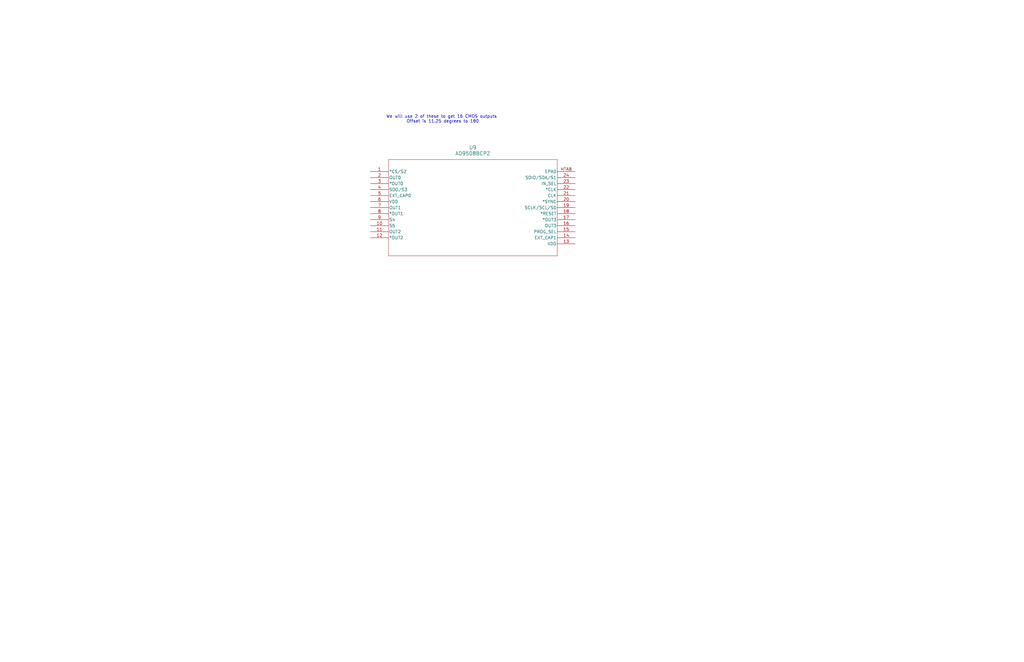
<source format=kicad_sch>
(kicad_sch (version 20250114) (generator "eeschema") (generator_version "9.0")
  (paper "B")
  (title_block (title "Clock Tree") (date "2025-12-31") (rev "0.0") (company "Andy McCann KA3KAF and Doug McCann KA3KAG"))
  (lib_symbols
    (symbol "AD9508:AD9508BCPZ" (pin_names (offset 0.254))
      (property "Reference" "U" (at 43.18 10.16 0))
      (property "Value" "AD9508BCPZ" (at 43.18 7.62 0))
      (symbol "AD9508BCPZ_0_1"
        (polyline (pts (xy 7.62 5.08) (xy 7.62 -35.56)) (stroke (width 0.127)))
        (polyline (pts (xy 7.62 -35.56) (xy 78.74 -35.56)) (stroke (width 0.127)))
        (polyline (pts (xy 78.74 5.08) (xy 7.62 5.08)) (stroke (width 0.127)))
        (polyline (pts (xy 78.74 -35.56) (xy 78.74 5.08)) (stroke (width 0.127)))
        (pin unspecified line (at 0 0 0) (length 7.62) (name "*CS/S2") (number "1"))
        (pin output line (at 0 -2.54 0) (length 7.62) (name "OUT0") (number "2"))
        (pin output line (at 0 -5.08 0) (length 7.62) (name "*OUT0") (number "3"))
        (pin unspecified line (at 0 -7.62 0) (length 7.62) (name "SDO/S3") (number "4"))
        (pin unspecified line (at 0 -10.16 0) (length 7.62) (name "EXT_CAP0") (number "5"))
        (pin power_in line (at 0 -12.7 0) (length 7.62) (name "VDD") (number "6"))
        (pin output line (at 0 -15.24 0) (length 7.62) (name "OUT1") (number "7"))
        (pin output line (at 0 -17.78 0) (length 7.62) (name "*OUT1") (number "8"))
        (pin unspecified line (at 0 -20.32 0) (length 7.62) (name "S4") (number "9"))
        (pin unspecified line (at 0 -22.86 0) (length 7.62) (name "S5") (number "10"))
        (pin output line (at 0 -25.4 0) (length 7.62) (name "OUT2") (number "11"))
        (pin output line (at 0 -27.94 0) (length 7.62) (name "*OUT2") (number "12"))
        (pin unspecified line (at 86.36 0 180) (length 7.62) (name "EPAD") (number "HTAB"))
        (pin bidirectional line (at 86.36 -2.54 180) (length 7.62) (name "SDIO/SDA/S1") (number "24"))
        (pin input line (at 86.36 -5.08 180) (length 7.62) (name "IN_SEL") (number "23"))
        (pin input line (at 86.36 -7.62 180) (length 7.62) (name "*CLK") (number "22"))
        (pin input line (at 86.36 -10.16 180) (length 7.62) (name "CLK") (number "21"))
        (pin output line (at 86.36 -12.7 180) (length 7.62) (name "*SYNC") (number "20"))
        (pin unspecified line (at 86.36 -15.24 180) (length 7.62) (name "SCLK/SCL/S0") (number "19"))
        (pin input line (at 86.36 -17.78 180) (length 7.62) (name "*RESET") (number "18"))
        (pin output line (at 86.36 -20.32 180) (length 7.62) (name "*OUT3") (number "17"))
        (pin output line (at 86.36 -22.86 180) (length 7.62) (name "OUT3") (number "16"))
        (pin input line (at 86.36 -25.4 180) (length 7.62) (name "PROG_SEL") (number "15"))
        (pin unspecified line (at 86.36 -27.94 180) (length 7.62) (name "EXT_CAP1") (number "14"))
        (pin power_in line (at 86.36 -30.48 180) (length 7.62) (name "VDD") (number "13"))
      )
    )
  )
  (text "We will use 2 of these to get 16 CMOS outputs \nOffset is 11.25 degrees to 180" (at 186.69 50.292 0) (effects (font (size 1.27 1.27))))
  (symbol (lib_id "AD9508:AD9508BCPZ") (at 156.21 72.39 0) (unit 1)
    (property "Reference" "U9" (at 199.39 62.23 0) (effects (font (size 1.524 1.524))))
    (property "Value" "AD9508BCPZ" (at 199.39 64.77 0) (effects (font (size 1.524 1.524))))
    (property "Footprint" "CP_24_7_ADI" (effects (hide yes)))
    (property "Datasheet" "https://www.analog.com/media/en/technical-documentation/data-sheets/AD9508.pdf" (effects (hide yes)))
  )
)
</source>
